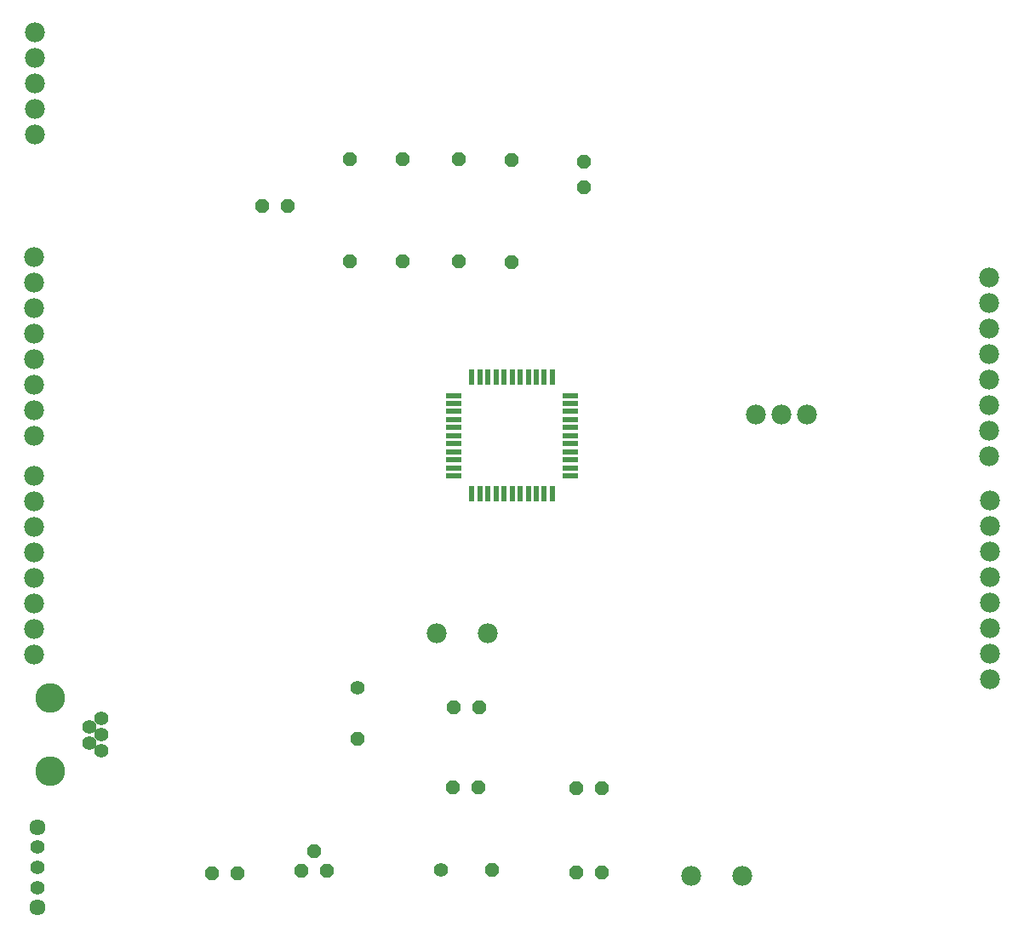
<source format=gbr>
G04 EAGLE Gerber RS-274X export*
G75*
%MOMM*%
%FSLAX34Y34*%
%LPD*%
%INSoldermask Top*%
%IPPOS*%
%AMOC8*
5,1,8,0,0,1.08239X$1,22.5*%
G01*
%ADD10P,1.539592X8X22.500000*%
%ADD11P,1.539592X8X202.500000*%
%ADD12C,1.422400*%
%ADD13P,1.539592X8X292.500000*%
%ADD14C,1.409600*%
%ADD15C,2.951600*%
%ADD16P,1.539592X8X112.500000*%
%ADD17R,1.601600X0.601600*%
%ADD18R,0.601600X1.601600*%
%ADD19C,1.609600*%
%ADD20C,1.981200*%


D10*
X-559100Y-349900D03*
X-533700Y-349900D03*
X-436880Y-350520D03*
X-411480Y-350520D03*
D11*
X-723900Y228600D03*
X-749300Y228600D03*
D10*
X-436880Y-434660D03*
X-411480Y-434660D03*
D12*
X-654100Y-250800D03*
D13*
X-654100Y-301600D03*
D12*
X-571500Y-431800D03*
D10*
X-520700Y-431800D03*
D14*
X-909100Y-281400D03*
X-909100Y-297400D03*
X-909100Y-313400D03*
X-921100Y-289400D03*
X-921100Y-305400D03*
D15*
X-960100Y-333900D03*
X-960100Y-260900D03*
D10*
X-798500Y-435000D03*
X-773100Y-435000D03*
D16*
X-428624Y246978D03*
X-428624Y272378D03*
D13*
X-662000Y275000D03*
X-662000Y173400D03*
D16*
X-500680Y172380D03*
X-500680Y273980D03*
D13*
X-609600Y274880D03*
X-609600Y173280D03*
D16*
X-553720Y173430D03*
X-553720Y275030D03*
D17*
X-558380Y40000D03*
X-558380Y32000D03*
X-558380Y24000D03*
X-558380Y16000D03*
X-558380Y8000D03*
X-558380Y0D03*
X-558380Y-8000D03*
X-558380Y-16000D03*
X-558380Y-24000D03*
X-558380Y-32000D03*
X-558380Y-40000D03*
D18*
X-540380Y-58000D03*
X-532380Y-58000D03*
X-524380Y-58000D03*
X-516380Y-58000D03*
X-508380Y-58000D03*
X-500380Y-58000D03*
X-492380Y-58000D03*
X-484380Y-58000D03*
X-476380Y-58000D03*
X-468380Y-58000D03*
X-460380Y-58000D03*
D17*
X-442380Y-40000D03*
X-442380Y-32000D03*
X-442380Y-24000D03*
X-442380Y-16000D03*
X-442380Y-8000D03*
X-442380Y0D03*
X-442380Y8000D03*
X-442380Y16000D03*
X-442380Y24000D03*
X-442380Y32000D03*
X-442380Y40000D03*
D18*
X-460380Y58000D03*
X-468380Y58000D03*
X-476380Y58000D03*
X-484380Y58000D03*
X-492380Y58000D03*
X-500380Y58000D03*
X-508380Y58000D03*
X-516380Y58000D03*
X-524380Y58000D03*
X-532380Y58000D03*
X-540380Y58000D03*
D19*
X-972400Y-469400D03*
X-972400Y-389400D03*
D14*
X-972400Y-449400D03*
X-972400Y-429400D03*
X-972400Y-409400D03*
D10*
X-685000Y-432600D03*
X-697700Y-413550D03*
X-710400Y-432600D03*
D20*
X-575800Y-196700D03*
X-525000Y-196700D03*
X-322580Y-438150D03*
X-271780Y-438150D03*
X-975510Y-39650D03*
X-975510Y-65050D03*
X-975510Y-90450D03*
X-975510Y-115850D03*
X-975510Y-141250D03*
X-975510Y-166650D03*
X-975510Y-192050D03*
X-975510Y-217450D03*
X-25130Y-64730D03*
X-25130Y-90130D03*
X-25130Y-115530D03*
X-25130Y-140930D03*
X-25130Y-166330D03*
X-25130Y-191730D03*
X-25130Y-217130D03*
X-25130Y-242530D03*
X-258000Y21400D03*
X-232600Y21400D03*
X-207200Y21400D03*
X-974900Y401150D03*
X-974900Y375750D03*
X-974900Y350350D03*
X-974900Y324950D03*
X-974900Y299550D03*
D10*
X-558500Y-269900D03*
X-533100Y-269900D03*
D20*
X-25730Y157290D03*
X-25730Y131890D03*
X-25730Y106490D03*
X-25730Y81090D03*
X-25730Y55690D03*
X-25730Y30290D03*
X-25730Y4890D03*
X-25730Y-20510D03*
X-975570Y-330D03*
X-975570Y25070D03*
X-975570Y50470D03*
X-975570Y75870D03*
X-975570Y101270D03*
X-975570Y126670D03*
X-975570Y152070D03*
X-975570Y177470D03*
M02*

</source>
